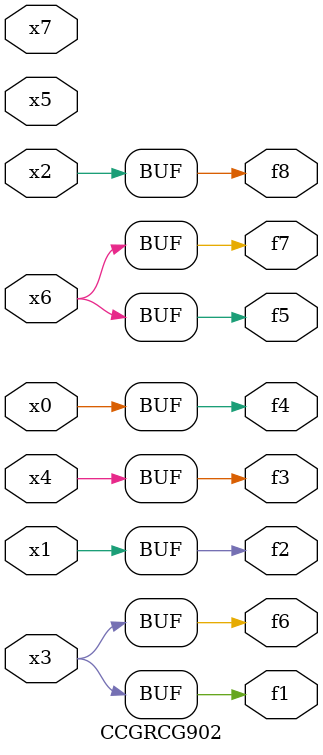
<source format=v>
module CCGRCG902(
	input x0, x1, x2, x3, x4, x5, x6, x7,
	output f1, f2, f3, f4, f5, f6, f7, f8
);
	assign f1 = x3;
	assign f2 = x1;
	assign f3 = x4;
	assign f4 = x0;
	assign f5 = x6;
	assign f6 = x3;
	assign f7 = x6;
	assign f8 = x2;
endmodule

</source>
